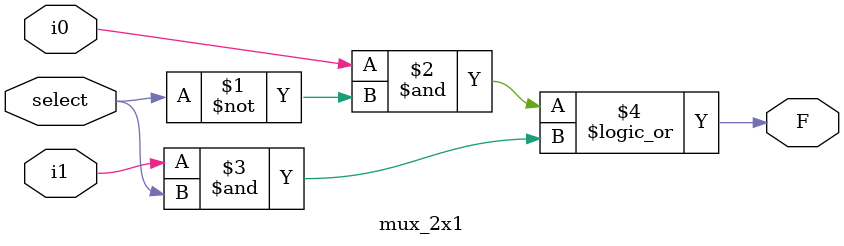
<source format=v>
module mux_2x1(
    input i0, i1, select,
    output F
);

    assign F = (i0 & ~select) || (i1 & select);

endmodule
</source>
